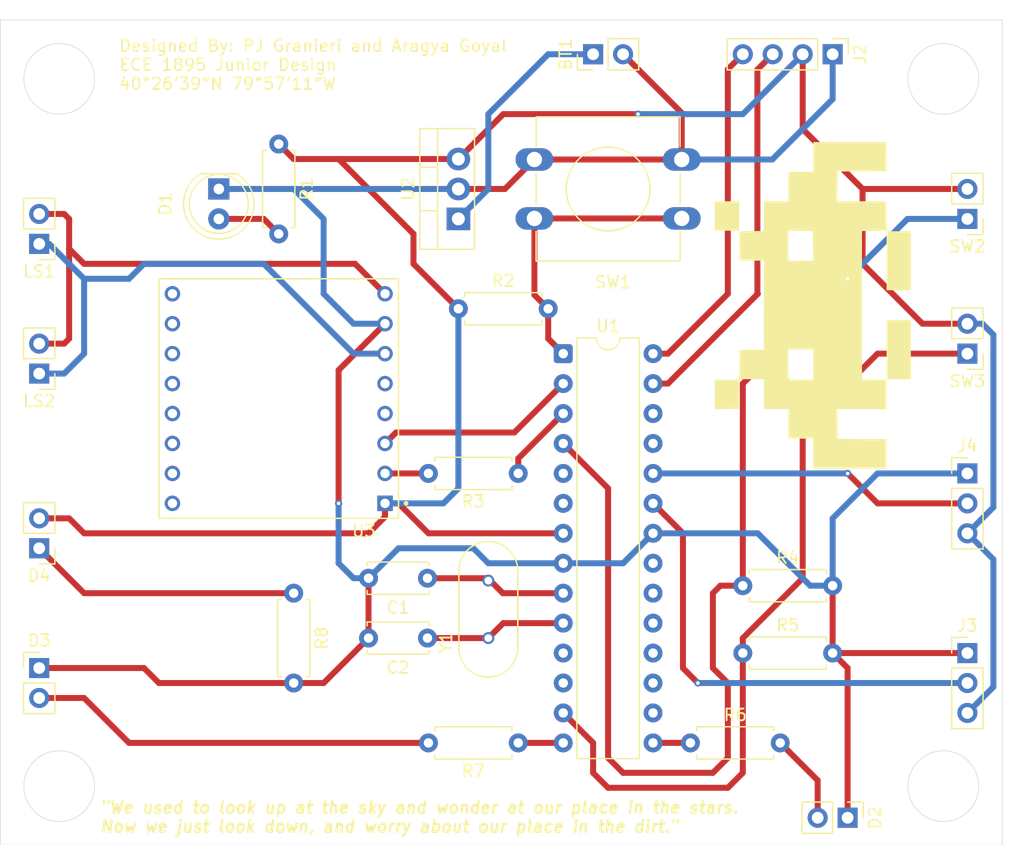
<source format=kicad_pcb>
(kicad_pcb (version 20241229) (generator "pcbnew") (generator_version "9.0")
  (layers (0 "F.Cu" signal) (2 "B.Cu" signal) (13 "F.Paste" user) (15 "B.Paste" user) (5 "F.SilkS" user "F.Silkscreen") (7 "B.SilkS" user "B.Silkscreen") (1 "F.Mask" user) (3 "B.Mask" user) (25 "Edge.Cuts" user))
  (net 0 "")
  (net 1 "GND")
  (net 2 "Net-(U1-XTAL1{slash}PB6)")
  (net 3 "Net-(U1-XTAL2{slash}PB7)")
  (net 4 "Net-(D1-A)")
  (net 5 "PB3")
  (net 6 "PB4")
  (net 7 "Reset")
  (net 8 "PB5")
  (net 9 "+5V")
  (net 10 "PC4")
  (net 11 "PC5")
  (net 12 "Net-(U3-RX)")
  (net 13 "PD2")
  (net 14 "PD7")
  (net 15 "Net-(D2-A)")
  (net 16 "PB1")
  (net 17 "Net-(D3-A)")
  (net 18 "PB0")
  (net 19 "PC1")
  (net 24 "PC0")
  (net 29 "Net-(BT1-+)")
  (net 30 "Net-(U3-SPK2)")
  (net 37 "Net-(U3-SPK1)")
  (net 42 "Net-(D4-K)")
  (net 43 "PD1")
  (net 45 "PD0")
  (footprint "Resistor_THT:R_Axial_DIN0207_L6.3mm_D2.5mm_P7.62mm_Horizontal" (layer "F.Cu") (at 154.94 77.47 180)
    (property "Reference" "R3" (at 3.81 -2.37 0) (layer "F.SilkS"))
    (property "Value" "1k")
    (pad "1" thru_hole circle (at 0 0 180) (size 1.6 1.6) (drill 0.8) (layers "*.Cu" "*.Mask") (net 43 "PD1"))
    (pad "2" thru_hole oval (at 7.62 0 180) (size 1.6 1.6) (drill 0.8) (layers "*.Cu" "*.Mask") (net 12 "Net-(U3-RX)"))
  )
  (footprint "Connector_PinHeader_2.54mm:PinHeader_1x02_P2.54mm_Vertical" (layer "F.Cu") (at 114.3 93.98)
    (property "Reference" "D3" (at 0 -2.33 0) (layer "F.SilkS"))
    (property "Value" "LED")
    (pad "1" thru_hole rect (at 0 0) (size 1.7 1.7) (drill 1) (layers "*.Cu" "*.Mask") (net 1 "GND"))
    (pad "2" thru_hole oval (at 0 2.54) (size 1.7 1.7) (drill 1) (layers "*.Cu" "*.Mask") (net 17 "Net-(D3-A)"))
  )
  (footprint "DF Player:MODULE_DFR0299" (layer "F.Cu") (at 134.62 71.12 180)
    (property "Reference" "U3" (at -7.225 -11.235 0) (layer "F.SilkS"))
    (property "Value" "DFR0299")
    (pad "1" thru_hole rect (at -9.017 -8.89 180) (size 1.308 1.308) (drill 0.8) (layers "*.Cu" "*.Mask") (net 9 "+5V"))
    (pad "2" thru_hole circle (at -9.017 -6.35 180) (size 1.308 1.308) (drill 0.8) (layers "*.Cu" "*.Mask") (net 12 "Net-(U3-RX)"))
    (pad "3" thru_hole circle (at -9.017 -3.81 180) (size 1.308 1.308) (drill 0.8) (layers "*.Cu" "*.Mask") (net 45 "PD0"))
    (pad "4" thru_hole circle (at -9.017 -1.27 180) (size 1.308 1.308) (drill 0.8) (layers "*.Cu" "*.Mask"))
    (pad "5" thru_hole circle (at -9.017 1.27 180) (size 1.308 1.308) (drill 0.8) (layers "*.Cu" "*.Mask"))
    (pad "6" thru_hole circle (at -9.017 3.81 180) (size 1.308 1.308) (drill 0.8) (layers "*.Cu" "*.Mask") (net 37 "Net-(U3-SPK1)"))
    (pad "7" thru_hole circle (at -9.017 6.35 180) (size 1.308 1.308) (drill 0.8) (layers "*.Cu" "*.Mask") (net 1 "GND"))
    (pad "8" thru_hole circle (at -9.017 8.89 180) (size 1.308 1.308) (drill 0.8) (layers "*.Cu" "*.Mask") (net 30 "Net-(U3-SPK2)"))
    (pad "9" thru_hole circle (at 9.017 8.89 180) (size 1.308 1.308) (drill 0.8) (layers "*.Cu" "*.Mask"))
    (pad "10" thru_hole circle (at 9.017 6.35 180) (size 1.308 1.308) (drill 0.8) (layers "*.Cu" "*.Mask"))
    (pad "11" thru_hole circle (at 9.017 3.81 180) (size 1.308 1.308) (drill 0.8) (layers "*.Cu" "*.Mask"))
    (pad "12" thru_hole circle (at 9.017 1.27 180) (size 1.308 1.308) (drill 0.8) (layers "*.Cu" "*.Mask"))
    (pad "13" thru_hole circle (at 9.017 -1.27 180) (size 1.308 1.308) (drill 0.8) (layers "*.Cu" "*.Mask"))
    (pad "14" thru_hole circle (at 9.017 -3.81 180) (size 1.308 1.308) (drill 0.8) (layers "*.Cu" "*.Mask"))
    (pad "15" thru_hole circle (at 9.017 -6.35 180) (size 1.308 1.308) (drill 0.8) (layers "*.Cu" "*.Mask"))
    (pad "16" thru_hole circle (at 9.017 -8.89 180) (size 1.308 1.308) (drill 0.8) (layers "*.Cu" "*.Mask"))
  )
  (footprint "Connector_PinHeader_2.54mm:PinHeader_1x02_P2.54mm_Vertical" (layer "F.Cu") (at 114.3 69 180)
    (property "Reference" "LS2" (at 0 -2.33 0) (layer "F.SilkS"))
    (property "Value" "Speaker")
    (pad "1" thru_hole rect (at 0 0 180) (size 1.7 1.7) (drill 1) (layers "*.Cu" "*.Mask") (net 37 "Net-(U3-SPK1)"))
    (pad "2" thru_hole oval (at 0 2.54 180) (size 1.7 1.7) (drill 1) (layers "*.Cu" "*.Mask") (net 30 "Net-(U3-SPK2)"))
  )
  (footprint "Package_TO_SOT_THT:TO-220-3_Vertical" (layer "F.Cu") (at 149.86 55.88 90)
    (property "Reference" "U2" (at 2.54 -4.27 90) (layer "F.SilkS"))
    (property "Value" "LM7805_TO220")
    (pad "1" thru_hole rect (at 0 0 90) (size 1.905 2) (drill 1.1) (layers "*.Cu" "*.Mask") (net 29 "Net-(BT1-+)"))
    (pad "2" thru_hole oval (at 2.54 0 90) (size 1.905 2) (drill 1.1) (layers "*.Cu" "*.Mask") (net 1 "GND"))
    (pad "3" thru_hole oval (at 5.08 0 90) (size 1.905 2) (drill 1.1) (layers "*.Cu" "*.Mask") (net 9 "+5V"))
  )
  (footprint "Button_Switch_THT:SW_PUSH-12mm" (layer "F.Cu") (at 168.81 55.84 180)
    (property "Reference" "SW1" (at 5.83 -5.41 0) (layer "F.SilkS"))
    (property "Value" "SW_Push")
    (pad "1" thru_hole oval (at 0 0 180) (size 3.2 1.9) (drill 1.3) (layers "*.Cu" "*.Mask") (net 7 "Reset"))
    (pad "1" thru_hole oval (at 12.5 0 180) (size 3.2 1.9) (drill 1.3) (layers "*.Cu" "*.Mask") (net 7 "Reset"))
    (pad "2" thru_hole oval (at 0 5 180) (size 3.2 1.9) (drill 1.3) (layers "*.Cu" "*.Mask") (net 1 "GND"))
    (pad "2" thru_hole oval (at 12.5 5 180) (size 3.2 1.9) (drill 1.3) (layers "*.Cu" "*.Mask") (net 1 "GND"))
  )
  (footprint "Resistor_THT:R_Axial_DIN0207_L6.3mm_D2.5mm_P7.62mm_Horizontal" (layer "F.Cu") (at 169.545 100.33)
    (property "Reference" "R6" (at 3.81 -2.37 0) (layer "F.SilkS"))
    (property "Value" "100")
    (pad "1" thru_hole circle (at 0 0) (size 1.6 1.6) (drill 0.8) (layers "*.Cu" "*.Mask") (net 16 "PB1"))
    (pad "2" thru_hole oval (at 7.62 0) (size 1.6 1.6) (drill 0.8) (layers "*.Cu" "*.Mask") (net 15 "Net-(D2-A)"))
  )
  (footprint "Connector_PinHeader_2.54mm:PinHeader_1x03_P2.54mm_Vertical" (layer "F.Cu") (at 193.04 77.47)
    (property "Reference" "J4" (at 0 -2.33 0) (layer "F.SilkS"))
    (property "Value" "Throttle Pot")
    (pad "1" thru_hole rect (at 0 0) (size 1.7 1.7) (drill 1) (layers "*.Cu" "*.Mask") (net 1 "GND"))
    (pad "2" thru_hole oval (at 0 2.54) (size 1.7 1.7) (drill 1) (layers "*.Cu" "*.Mask") (net 19 "PC1"))
    (pad "3" thru_hole oval (at 0 5.08) (size 1.7 1.7) (drill 1) (layers "*.Cu" "*.Mask") (net 9 "+5V"))
  )
  (footprint "Connector_PinHeader_2.54mm:PinHeader_1x04_P2.54mm_Vertical" (layer "F.Cu") (at 181.61 41.91 -90)
    (property "Reference" "J2" (at 0 -2.33 90) (layer "F.SilkS"))
    (property "Value" "LCD Display")
    (pad "1" thru_hole rect (at 0 0 270) (size 1.7 1.7) (drill 1) (layers "*.Cu" "*.Mask") (net 1 "GND"))
    (pad "2" thru_hole oval (at 0 2.54 270) (size 1.7 1.7) (drill 1) (layers "*.Cu" "*.Mask") (net 9 "+5V"))
    (pad "3" thru_hole oval (at 0 5.08 270) (size 1.7 1.7) (drill 1) (layers "*.Cu" "*.Mask") (net 10 "PC4"))
    (pad "4" thru_hole oval (at 0 7.62 270) (size 1.7 1.7) (drill 1) (layers "*.Cu" "*.Mask") (net 11 "PC5"))
  )
  (footprint "Connector_PinHeader_2.54mm:PinHeader_1x03_P2.54mm_Vertical" (layer "F.Cu") (at 193.04 92.71)
    (property "Reference" "J3" (at 0 -2.33 0) (layer "F.SilkS"))
    (property "Value" "Steering Pot")
    (pad "1" thru_hole rect (at 0 0) (size 1.7 1.7) (drill 1) (layers "*.Cu" "*.Mask") (net 1 "GND"))
    (pad "2" thru_hole oval (at 0 2.54) (size 1.7 1.7) (drill 1) (layers "*.Cu" "*.Mask") (net 24 "PC0"))
    (pad "3" thru_hole oval (at 0 5.08) (size 1.7 1.7) (drill 1) (layers "*.Cu" "*.Mask") (net 9 "+5V"))
  )
  (footprint "Capacitor_THT:C_Disc_D5.0mm_W2.5mm_P5.00mm" (layer "F.Cu") (at 147.24 91.44 180)
    (property "Reference" "C2" (at 2.5 -2.5 0) (layer "F.SilkS"))
    (property "Value" "22pF")
    (pad "1" thru_hole circle (at 0 0 180) (size 1.6 1.6) (drill 0.8) (layers "*.Cu" "*.Mask") (net 3 "Net-(U1-XTAL2{slash}PB7)"))
    (pad "2" thru_hole circle (at 5 0 180) (size 1.6 1.6) (drill 0.8) (layers "*.Cu" "*.Mask") (net 1 "GND"))
  )
  (footprint "Resistor_THT:R_Axial_DIN0207_L6.3mm_D2.5mm_P7.62mm_Horizontal" (layer "F.Cu") (at 149.86 63.5)
    (property "Reference" "R2" (at 3.81 -2.37 0) (layer "F.SilkS"))
    (property "Value" "10k")
    (pad "1" thru_hole circle (at 0 0) (size 1.6 1.6) (drill 0.8) (layers "*.Cu" "*.Mask") (net 9 "+5V"))
    (pad "2" thru_hole oval (at 7.62 0) (size 1.6 1.6) (drill 0.8) (layers "*.Cu" "*.Mask") (net 7 "Reset"))
  )
  (footprint "LED_THT:LED_D5.0mm" (layer "F.Cu") (at 129.54 53.34 -90)
    (property "Reference" "D1" (at 1.27 4.54 90) (layer "F.SilkS"))
    (property "Value" "LED")
    (pad "1" thru_hole rect (at 0 0 270) (size 1.8 1.8) (drill 0.9) (layers "*.Cu" "*.Mask") (net 1 "GND"))
    (pad "2" thru_hole circle (at 2.54 0 270) (size 1.8 1.8) (drill 0.9) (layers "*.Cu" "*.Mask") (net 4 "Net-(D1-A)"))
  )
  (footprint "Package_DIP:DIP-28_W7.62mm" (layer "F.Cu") (at 158.755 67.31)
    (property "Reference" "U1" (at 3.81 -2.33 0) (layer "F.SilkS"))
    (property "Value" "ATmega328-P")
    (pad "1" thru_hole roundrect (at 0 0) (size 1.6 1.6) (drill 0.8) (layers "*.Cu" "*.Mask") (roundrect_rratio 0.15625) (net 7 "Reset"))
    (pad "2" thru_hole circle (at 0 2.54) (size 1.6 1.6) (drill 0.8) (layers "*.Cu" "*.Mask") (net 45 "PD0"))
    (pad "3" thru_hole circle (at 0 5.08) (size 1.6 1.6) (drill 0.8) (layers "*.Cu" "*.Mask") (net 43 "PD1"))
    (pad "4" thru_hole circle (at 0 7.62) (size 1.6 1.6) (drill 0.8) (layers "*.Cu" "*.Mask") (net 13 "PD2"))
    (pad "5" thru_hole circle (at 0 10.16) (size 1.6 1.6) (drill 0.8) (layers "*.Cu" "*.Mask"))
    (pad "6" thru_hole circle (at 0 12.7) (size 1.6 1.6) (drill 0.8) (layers "*.Cu" "*.Mask"))
    (pad "7" thru_hole circle (at 0 15.24) (size 1.6 1.6) (drill 0.8) (layers "*.Cu" "*.Mask") (net 9 "+5V"))
    (pad "8" thru_hole circle (at 0 17.78) (size 1.6 1.6) (drill 0.8) (layers "*.Cu" "*.Mask") (net 1 "GND"))
    (pad "9" thru_hole circle (at 0 20.32) (size 1.6 1.6) (drill 0.8) (layers "*.Cu" "*.Mask") (net 2 "Net-(U1-XTAL1{slash}PB6)"))
    (pad "10" thru_hole circle (at 0 22.86) (size 1.6 1.6) (drill 0.8) (layers "*.Cu" "*.Mask") (net 3 "Net-(U1-XTAL2{slash}PB7)"))
    (pad "11" thru_hole circle (at 0 25.4) (size 1.6 1.6) (drill 0.8) (layers "*.Cu" "*.Mask"))
    (pad "12" thru_hole circle (at 0 27.94) (size 1.6 1.6) (drill 0.8) (layers "*.Cu" "*.Mask"))
    (pad "13" thru_hole circle (at 0 30.48) (size 1.6 1.6) (drill 0.8) (layers "*.Cu" "*.Mask") (net 14 "PD7"))
    (pad "14" thru_hole circle (at 0 33.02) (size 1.6 1.6) (drill 0.8) (layers "*.Cu" "*.Mask") (net 18 "PB0"))
    (pad "15" thru_hole circle (at 7.62 33.02) (size 1.6 1.6) (drill 0.8) (layers "*.Cu" "*.Mask") (net 16 "PB1"))
    (pad "16" thru_hole circle (at 7.62 30.48) (size 1.6 1.6) (drill 0.8) (layers "*.Cu" "*.Mask"))
    (pad "17" thru_hole circle (at 7.62 27.94) (size 1.6 1.6) (drill 0.8) (layers "*.Cu" "*.Mask") (net 5 "PB3"))
    (pad "18" thru_hole circle (at 7.62 25.4) (size 1.6 1.6) (drill 0.8) (layers "*.Cu" "*.Mask") (net 6 "PB4"))
    (pad "19" thru_hole circle (at 7.62 22.86) (size 1.6 1.6) (drill 0.8) (layers "*.Cu" "*.Mask") (net 8 "PB5"))
    (pad "20" thru_hole circle (at 7.62 20.32) (size 1.6 1.6) (drill 0.8) (layers "*.Cu" "*.Mask"))
    (pad "21" thru_hole circle (at 7.62 17.78) (size 1.6 1.6) (drill 0.8) (layers "*.Cu" "*.Mask"))
    (pad "22" thru_hole circle (at 7.62 15.24) (size 1.6 1.6) (drill 0.8) (layers "*.Cu" "*.Mask") (net 1 "GND"))
    (pad "23" thru_hole circle (at 7.62 12.7) (size 1.6 1.6) (drill 0.8) (layers "*.Cu" "*.Mask") (net 24 "PC0"))
    (pad "24" thru_hole circle (at 7.62 10.16) (size 1.6 1.6) (drill 0.8) (layers "*.Cu" "*.Mask") (net 19 "PC1"))
    (pad "25" thru_hole circle (at 7.62 7.62) (size 1.6 1.6) (drill 0.8) (layers "*.Cu" "*.Mask"))
    (pad "26" thru_hole circle (at 7.62 5.08) (size 1.6 1.6) (drill 0.8) (layers "*.Cu" "*.Mask"))
    (pad "27" thru_hole circle (at 7.62 2.54) (size 1.6 1.6) (drill 0.8) (layers "*.Cu" "*.Mask") (net 10 "PC4"))
    (pad "28" thru_hole circle (at 7.62 0) (size 1.6 1.6) (drill 0.8) (layers "*.Cu" "*.Mask") (net 11 "PC5"))
  )
  (footprint "Connector_PinHeader_2.54mm:PinHeader_1x02_P2.54mm_Vertical" (layer "F.Cu") (at 114.3 58 180)
    (property "Reference" "LS1" (at 0 -2.33 0) (layer "F.SilkS"))
    (property "Value" "Speaker")
    (pad "1" thru_hole rect (at 0 0 180) (size 1.7 1.7) (drill 1) (layers "*.Cu" "*.Mask") (net 37 "Net-(U3-SPK1)"))
    (pad "2" thru_hole oval (at 0 2.54 180) (size 1.7 1.7) (drill 1) (layers "*.Cu" "*.Mask") (net 30 "Net-(U3-SPK2)"))
  )
  (footprint "Capacitor_THT:C_Disc_D5.0mm_W2.5mm_P5.00mm" (layer "F.Cu") (at 147.24 86.36 180)
    (property "Reference" "C1" (at 2.5 -2.5 0) (layer "F.SilkS"))
    (property "Value" "22pF")
    (pad "1" thru_hole circle (at 0 0 180) (size 1.6 1.6) (drill 0.8) (layers "*.Cu" "*.Mask") (net 2 "Net-(U1-XTAL1{slash}PB6)"))
    (pad "2" thru_hole circle (at 5 0 180) (size 1.6 1.6) (drill 0.8) (layers "*.Cu" "*.Mask") (net 1 "GND"))
  )
  (footprint "Resistor_THT:R_Axial_DIN0207_L6.3mm_D2.5mm_P7.62mm_Horizontal" (layer "F.Cu") (at 154.94 100.33 180)
    (property "Reference" "R7" (at 3.81 -2.37 0) (layer "F.SilkS"))
    (property "Value" "100")
    (pad "1" thru_hole circle (at 0 0 180) (size 1.6 1.6) (drill 0.8) (layers "*.Cu" "*.Mask") (net 18 "PB0"))
    (pad "2" thru_hole oval (at 7.62 0 180) (size 1.6 1.6) (drill 0.8) (layers "*.Cu" "*.Mask") (net 17 "Net-(D3-A)"))
  )
  (footprint "Crystal Oscillator:XTAL_HC49P488W46L1150T500H350" (layer "F.Cu") (at 152.4 89 90)
    (property "Reference" "Y1" (at -2.825 -3.585 90) (layer "F.SilkS"))
    (property "Value" "16Mhz")
    (pad "1" thru_hole circle (at -2.44 0 90) (size 1.007 1.007) (drill 0.657) (layers "*.Cu" "*.Mask") (net 3 "Net-(U1-XTAL2{slash}PB7)"))
    (pad "2" thru_hole circle (at 2.44 0 90) (size 1.007 1.007) (drill 0.657) (layers "*.Cu" "*.Mask") (net 2 "Net-(U1-XTAL1{slash}PB6)"))
  )
  (footprint "Resistor_THT:R_Axial_DIN0207_L6.3mm_D2.5mm_P7.62mm_Horizontal" (layer "F.Cu") (at 173.99 86.995)
    (property "Reference" "R4" (at 3.81 -2.37 0) (layer "F.SilkS"))
    (property "Value" "1k")
    (pad "1" thru_hole circle (at 0 0) (size 1.6 1.6) (drill 0.8) (layers "*.Cu" "*.Mask") (net 13 "PD2"))
    (pad "2" thru_hole oval (at 7.62 0) (size 1.6 1.6) (drill 0.8) (layers "*.Cu" "*.Mask") (net 1 "GND"))
  )
  (footprint "Connector_PinHeader_2.54mm:PinHeader_1x02_P2.54mm_Vertical" (layer "F.Cu") (at 182.88 106.68 -90)
    (property "Reference" "D2" (at 0 -2.33 90) (layer "F.SilkS"))
    (property "Value" "LED")
    (pad "1" thru_hole rect (at 0 0 270) (size 1.7 1.7) (drill 1) (layers "*.Cu" "*.Mask") (net 1 "GND"))
    (pad "2" thru_hole oval (at 0 2.54 270) (size 1.7 1.7) (drill 1) (layers "*.Cu" "*.Mask") (net 15 "Net-(D2-A)"))
  )
  (footprint "Connector_PinHeader_2.54mm:PinHeader_1x02_P2.54mm_Vertical" (layer "F.Cu") (at 161.29 41.91 90)
    (property "Reference" "BT1" (at 0 -2.33 90) (layer "F.SilkS"))
    (property "Value" "9V")
    (pad "1" thru_hole rect (at 0 0 90) (size 1.7 1.7) (drill 1) (layers "*.Cu" "*.Mask") (net 29 "Net-(BT1-+)"))
    (pad "2" thru_hole oval (at 0 2.54 90) (size 1.7 1.7) (drill 1) (layers "*.Cu" "*.Mask") (net 1 "GND"))
  )
  (footprint "LOGO" (layer "F.Cu") (at 180 63.2 90)
    (property "Reference" "G***" (hide yes))
    (property "Value" "LOGO" (hide yes))
  )
  (footprint "Resistor_THT:R_Axial_DIN0207_L6.3mm_D2.5mm_P7.62mm_Horizontal" (layer "F.Cu") (at 135.89 87.63 -90)
    (property "Reference" "R8" (at 3.81 -2.37 90) (layer "F.SilkS"))
    (property "Value" "100")
    (pad "1" thru_hole circle (at 0 0 270) (size 1.6 1.6) (drill 0.8) (layers "*.Cu" "*.Mask") (net 42 "Net-(D4-K)"))
    (pad "2" thru_hole oval (at 7.62 0 270) (size 1.6 1.6) (drill 0.8) (layers "*.Cu" "*.Mask") (net 1 "GND"))
  )
  (footprint "Connector_PinHeader_2.54mm:PinHeader_1x02_P2.54mm_Vertical" (layer "F.Cu") (at 193.04 67.31 180)
    (property "Reference" "SW3" (at 0 -2.33 0) (layer "F.SilkS"))
    (property "Value" "SW_Push")
    (pad "1" thru_hole rect (at 0 0 180) (size 1.7 1.7) (drill 1) (layers "*.Cu" "*.Mask") (net 14 "PD7"))
    (pad "2" thru_hole oval (at 0 2.54 180) (size 1.7 1.7) (drill 1) (layers "*.Cu" "*.Mask") (net 9 "+5V"))
  )
  (footprint "Resistor_THT:R_Axial_DIN0207_L6.3mm_D2.5mm_P7.62mm_Horizontal" (layer "F.Cu") (at 134.62 49.53 -90)
    (property "Reference" "R1" (at 3.81 -2.37 90) (layer "F.SilkS"))
    (property "Value" "100")
    (pad "1" thru_hole circle (at 0 0 270) (size 1.6 1.6) (drill 0.8) (layers "*.Cu" "*.Mask") (net 9 "+5V"))
    (pad "2" thru_hole oval (at 7.62 0 270) (size 1.6 1.6) (drill 0.8) (layers "*.Cu" "*.Mask") (net 4 "Net-(D1-A)"))
  )
  (footprint "Connector_PinHeader_2.54mm:PinHeader_1x02_P2.54mm_Vertical" (layer "F.Cu") (at 114.3 83.82 180)
    (property "Reference" "D4" (at 0 -2.33 0) (layer "F.SilkS"))
    (property "Value" "LED")
    (pad "1" thru_hole rect (at 0 0 180) (size 1.7 1.7) (drill 1) (layers "*.Cu" "*.Mask") (net 42 "Net-(D4-K)"))
    (pad "2" thru_hole oval (at 0 2.54 180) (size 1.7 1.7) (drill 1) (layers "*.Cu" "*.Mask") (net 9 "+5V"))
  )
  (footprint "Resistor_THT:R_Axial_DIN0207_L6.3mm_D2.5mm_P7.62mm_Horizontal" (layer "F.Cu") (at 173.99 92.71)
    (property "Reference" "R5" (at 3.81 -2.37 0) (layer "F.SilkS"))
    (property "Value" "1k")
    (pad "1" thru_hole circle (at 0 0) (size 1.6 1.6) (drill 0.8) (layers "*.Cu" "*.Mask") (net 14 "PD7"))
    (pad "2" thru_hole oval (at 7.62 0) (size 1.6 1.6) (drill 0.8) (layers "*.Cu" "*.Mask") (net 1 "GND"))
  )
  (footprint "Connector_PinHeader_2.54mm:PinHeader_1x02_P2.54mm_Vertical" (layer "F.Cu") (at 193.04 55.88 180)
    (property "Reference" "SW2" (at 0 -2.33 0) (layer "F.SilkS"))
    (property "Value" "SW_Push")
    (pad "1" thru_hole rect (at 0 0 180) (size 1.7 1.7) (drill 1) (layers "*.Cu" "*.Mask") (net 13 "PD2"))
    (pad "2" thru_hole oval (at 0 2.54 180) (size 1.7 1.7) (drill 1) (layers "*.Cu" "*.Mask") (net 9 "+5V"))
  )
  (gr_circle (center 191 44) (end 191 41) (stroke (width 0.05)) (fill no) (layer "Edge.Cuts"))
  (gr_rect (start 111 39) (end 196 109) (stroke (width 0.05)) (fill no) (layer "Edge.Cuts"))
  (gr_circle (center 116 44) (end 116 41) (stroke (width 0.05)) (fill no) (layer "Edge.Cuts"))
  (gr_circle (center 191 104) (end 191 107) (stroke (width 0.05)) (fill no) (layer "Edge.Cuts"))
  (gr_circle (center 116 104) (end 116 107) (stroke (width 0.05)) (fill no) (layer "Edge.Cuts"))
  (gr_text "{dblquote}We used to look up at the sky and wonder at our place in the stars.\nNow we just look down, and worry about our place in the dirt.{dblquote}" (at 119.38 108 0) (layer "F.SilkS") (effects (font (size 1 1) (thickness 0.2) (bold yes) (italic yes)) (justify left bottom)))
  (gr_text "Designed By: PJ Granieri and Aragya Goyal\nECE 1895 Junior Design\n40°26′39″N 79°57′11″W\n" (at 121 45 0) (layer "F.SilkS") (effects (font (size 1 1)) (justify left bottom)))
  (segment (start 181.61 86.995) (end 181.61 92.71) (width 0.508) (layer "F.Cu") (net 1))
  (segment (start 138.43 95.25) (end 135.89 95.25) (width 0.508) (layer "F.Cu") (net 1))
  (segment (start 114.3 93.98) (end 123.19 93.98) (width 0.508) (layer "F.Cu") (net 1))
  (segment (start 142.24 91.44) (end 138.43 95.25) (width 0.508) (layer "F.Cu") (net 1))
  (segment (start 143.637 64.77) (end 139.7 68.707) (width 0.508) (layer "F.Cu") (net 1))
  (segment (start 182.88 106.68) (end 182.88 93.98) (width 0.508) (layer "F.Cu") (net 1))
  (segment (start 123.19 93.98) (end 124.46 95.25) (width 0.508) (layer "F.Cu") (net 1))
  (segment (start 182.88 93.98) (end 181.61 92.71) (width 0.508) (layer "F.Cu") (net 1))
  (segment (start 153.81 53.34) (end 156.31 50.84) (width 0.508) (layer "F.Cu") (net 1))
  (segment (start 156.31 50.84) (end 168.81 50.84) (width 0.508) (layer "F.Cu") (net 1))
  (segment (start 142.24 86.36) (end 142.24 91.44) (width 0.508) (layer "F.Cu") (net 1))
  (segment (start 181.61 92.71) (end 193.04 92.71) (width 0.508) (layer "F.Cu") (net 1))
  (segment (start 124.46 95.25) (end 135.89 95.25) (width 0.508) (layer "F.Cu") (net 1))
  (segment (start 139.7 68.707) (end 139.7 80.01) (width 0.508) (layer "F.Cu") (net 1))
  (segment (start 149.86 53.34) (end 153.81 53.34) (width 0.508) (layer "F.Cu") (net 1))
  (segment (start 168.81 46.89) (end 168.81 50.84) (width 0.508) (layer "F.Cu") (net 1))
  (segment (start 163.83 41.91) (end 168.81 46.89) (width 0.508) (layer "F.Cu") (net 1))
  (via (at 139.7 80.01) (size 0.6) (drill 0.3) (layers "F.Cu" "B.Cu") (net 1))
  (segment (start 138.43 62.23) (end 140.97 64.77) (width 0.508) (layer "B.Cu") (net 1))
  (segment (start 144.78 83.82) (end 151.13 83.82) (width 0.508) (layer "B.Cu") (net 1))
  (segment (start 151.13 83.82) (end 152.4 85.09) (width 0.508) (layer "B.Cu") (net 1))
  (segment (start 185.42 77.47) (end 193.04 77.47) (width 0.508) (layer "B.Cu") (net 1))
  (segment (start 149.86 53.34) (end 135.89 53.34) (width 0.508) (layer "B.Cu") (net 1))
  (segment (start 140.97 64.77) (end 143.637 64.77) (width 0.508) (layer "B.Cu") (net 1))
  (segment (start 175.26 82.55) (end 179.705 86.995) (width 0.508) (layer "B.Cu") (net 1))
  (segment (start 166.375 82.55) (end 175.26 82.55) (width 0.508) (layer "B.Cu") (net 1))
  (segment (start 181.61 81.28) (end 185.42 77.47) (width 0.508) (layer "B.Cu") (net 1))
  (segment (start 138.43 55.88) (end 138.43 62.23) (width 0.508) (layer "B.Cu") (net 1))
  (segment (start 181.61 45.72) (end 181.61 41.91) (width 0.508) (layer "B.Cu") (net 1))
  (segment (start 142.24 86.36) (end 144.78 83.82) (width 0.508) (layer "B.Cu") (net 1))
  (segment (start 152.4 85.09) (end 158.755 85.09) (width 0.508) (layer "B.Cu") (net 1))
  (segment (start 158.755 85.09) (end 163.835 85.09) (width 0.508) (layer "B.Cu") (net 1))
  (segment (start 181.61 86.995) (end 181.61 81.28) (width 0.508) (layer "B.Cu") (net 1))
  (segment (start 139.7 85.09) (end 140.97 86.36) (width 0.508) (layer "B.Cu") (net 1))
  (segment (start 140.97 86.36) (end 142.24 86.36) (width 0.508) (layer "B.Cu") (net 1))
  (segment (start 129.54 53.34) (end 135.89 53.34) (width 0.508) (layer "B.Cu") (net 1))
  (segment (start 163.835 85.09) (end 166.375 82.55) (width 0.508) (layer "B.Cu") (net 1))
  (segment (start 179.705 86.995) (end 181.61 86.995) (width 0.508) (layer "B.Cu") (net 1))
  (segment (start 176.49 50.84) (end 181.61 45.72) (width 0.508) (layer "B.Cu") (net 1))
  (segment (start 139.7 80.01) (end 139.7 85.09) (width 0.508) (layer "B.Cu") (net 1))
  (segment (start 168.81 50.84) (end 176.49 50.84) (width 0.508) (layer "B.Cu") (net 1))
  (segment (start 135.89 53.34) (end 138.43 55.88) (width 0.508) (layer "B.Cu") (net 1))
  (segment (start 147.24 86.36) (end 152.2 86.36) (width 0.508) (layer "F.Cu") (net 2))
  (segment (start 152.56 86.56) (end 153.63 87.63) (width 0.508) (layer "F.Cu") (net 2))
  (segment (start 153.63 87.63) (end 158.755 87.63) (width 0.508) (layer "F.Cu") (net 2))
  (segment (start 152.4 86.56) (end 152.56 86.56) (width 0.508) (layer "F.Cu") (net 2))
  (segment (start 152.2 86.36) (end 152.4 86.56) (width 0.508) (layer "F.Cu") (net 2))
  (segment (start 153.67 90.17) (end 158.755 90.17) (width 0.508) (layer "F.Cu") (net 3))
  (segment (start 147.24 91.44) (end 152.4 91.44) (width 0.508) (layer "F.Cu") (net 3))
  (segment (start 152.4 91.44) (end 153.67 90.17) (width 0.508) (layer "F.Cu") (net 3))
  (segment (start 129.54 55.88) (end 133.35 55.88) (width 0.508) (layer "F.Cu") (net 4))
  (segment (start 133.35 55.88) (end 134.62 57.15) (width 0.508) (layer "F.Cu") (net 4))
  (segment (start 156.31 55.84) (end 156.31 62.33) (width 0.508) (layer "F.Cu") (net 7))
  (segment (start 157.48 63.5) (end 157.48 66.035) (width 0.508) (layer "F.Cu") (net 7))
  (segment (start 157.48 66.035) (end 158.755 67.31) (width 0.508) (layer "F.Cu") (net 7))
  (segment (start 156.31 62.33) (end 157.48 63.5) (width 0.508) (layer "F.Cu") (net 7))
  (segment (start 168.81 55.84) (end 156.31 55.84) (width 0.508) (layer "F.Cu") (net 7))
  (segment (start 139.7 50.8) (end 135.89 50.8) (width 0.508) (layer "F.Cu") (net 9))
  (segment (start 184.15 59.69) (end 189.23 64.77) (width 0.508) (layer "F.Cu") (net 9))
  (segment (start 116.84 81.28) (end 114.3 81.28) (width 0.508) (layer "F.Cu") (net 9))
  (segment (start 147.32 82.55) (end 158.755 82.55) (width 0.508) (layer "F.Cu") (net 9))
  (segment (start 146.05 57.15) (end 146.05 59.69) (width 0.508) (layer "F.Cu") (net 9))
  (segment (start 139.7 50.8) (end 146.05 57.15) (width 0.508) (layer "F.Cu") (net 9))
  (segment (start 184.15 53.34) (end 179.07 48.26) (width 0.508) (layer "F.Cu") (net 9))
  (segment (start 153.67 46.99) (end 165.1 46.99) (width 0.508) (layer "F.Cu") (net 9))
  (segment (start 118.11 82.55) (end 116.84 81.28) (width 0.508) (layer "F.Cu") (net 9))
  (segment (start 146.05 59.69) (end 149.86 63.5) (width 0.508) (layer "F.Cu") (net 9))
  (segment (start 184.15 53.34) (end 184.15 59.69) (width 0.508) (layer "F.Cu") (net 9))
  (segment (start 189.23 64.77) (end 193.04 64.77) (width 0.508) (layer "F.Cu") (net 9))
  (segment (start 144.78 80.01) (end 147.32 82.55) (width 0.508) (layer "F.Cu") (net 9))
  (segment (start 149.86 50.8) (end 139.7 50.8) (width 0.508) (layer "F.Cu") (net 9))
  (segment (start 193.04 53.34) (end 184.15 53.34) (width 0.508) (layer "F.Cu") (net 9))
  (segment (start 179.07 48.26) (end 179.07 41.91) (width 0.508) (layer "F.Cu") (net 9))
  (segment (start 135.89 50.8) (end 134.62 49.53) (width 0.508) (layer "F.Cu") (net 9))
  (segment (start 143.637 81.153) (end 142.24 82.55) (width 0.508) (layer "F.Cu") (net 9))
  (segment (start 149.86 50.8) (end 153.67 46.99) (width 0.508) (layer "F.Cu") (net 9))
  (segment (start 143.637 80.01) (end 144.78 80.01) (width 0.508) (layer "F.Cu") (net 9))
  (segment (start 143.637 80.01) (end 143.637 81.153) (width 0.508) (layer "F.Cu") (net 9))
  (segment (start 142.24 82.55) (end 118.11 82.55) (width 0.508) (layer "F.Cu") (net 9))
  (via (at 165.1 46.99) (size 0.6) (drill 0.3) (layers "F.Cu" "B.Cu") (net 9))
  (segment (start 165.1 46.99) (end 173.99 46.99) (width 0.508) (layer "B.Cu") (net 9))
  (segment (start 195.245 95.585) (end 193.04 97.79) (width 0.508) (layer "B.Cu") (net 9))
  (segment (start 195.245 80.345) (end 193.04 82.55) (width 0.508) (layer "B.Cu") (net 9))
  (segment (start 193.04 64.77) (end 194.31 64.77) (width 0.508) (layer "B.Cu") (net 9))
  (segment (start 195.245 77.47) (end 195.245 80.345) (width 0.508) (layer "B.Cu") (net 9))
  (segment (start 149.86 78.74) (end 148.59 80.01) (width 0.508) (layer "B.Cu") (net 9))
  (segment (start 148.59 80.01) (end 143.637 80.01) (width 0.508) (layer "B.Cu") (net 9))
  (segment (start 194.31 64.77) (end 195.245 65.705) (width 0.508) (layer "B.Cu") (net 9))
  (segment (start 195.245 84.755) (end 195.245 95.585) (width 0.508) (layer "B.Cu") (net 9))
  (segment (start 195.245 67.31) (end 195.245 77.47) (width 0.508) (layer "B.Cu") (net 9))
  (segment (start 173.99 46.99) (end 179.07 41.91) (width 0.508) (layer "B.Cu") (net 9))
  (segment (start 193.04 82.55) (end 195.245 84.755) (width 0.508) (layer "B.Cu") (net 9))
  (segment (start 195.245 65.705) (end 195.245 67.31) (width 0.508) (layer "B.Cu") (net 9))
  (segment (start 149.86 63.5) (end 149.86 78.74) (width 0.508) (layer "B.Cu") (net 9))
  (segment (start 175.225 43.215) (end 176.53 41.91) (width 0.508) (layer "F.Cu") (net 10))
  (segment (start 175.26 62.23) (end 175.225 62.195) (width 0.508) (layer "F.Cu") (net 10))
  (segment (start 166.375 69.85) (end 167.64 69.85) (width 0.508) (layer "F.Cu") (net 10))
  (segment (start 167.64 69.85) (end 175.26 62.23) (width 0.508) (layer "F.Cu") (net 10))
  (segment (start 175.225 62.195) (end 175.225 43.215) (width 0.508) (layer "F.Cu") (net 10))
  (segment (start 172.72 62.23) (end 172.72 43.18) (width 0.508) (layer "F.Cu") (net 11))
  (segment (start 172.72 43.18) (end 173.99 41.91) (width 0.508) (layer "F.Cu") (net 11))
  (segment (start 166.375 67.31) (end 167.64 67.31) (width 0.508) (layer "F.Cu") (net 11))
  (segment (start 167.64 67.31) (end 172.72 62.23) (width 0.508) (layer "F.Cu") (net 11))
  (segment (start 143.637 77.47) (end 147.32 77.47) (width 0.508) (layer "F.Cu") (net 12))
  (segment (start 171.45 102.87) (end 163.83 102.87) (width 0.508) (layer "F.Cu") (net 13))
  (segment (start 162.56 78.735) (end 158.755 74.93) (width 0.508) (layer "F.Cu") (net 13))
  (segment (start 172.72 101.6) (end 171.45 102.87) (width 0.508) (layer "F.Cu") (net 13))
  (segment (start 173.99 69.85) (end 182.88 60.96) (width 0.508) (layer "F.Cu") (net 13))
  (segment (start 171.45 87.63) (end 171.45 93.98) (width 0.508) (layer "F.Cu") (net 13))
  (segment (start 173.99 86.995) (end 172.085 86.995) (width 0.508) (layer "F.Cu") (net 13))
  (segment (start 171.45 93.98) (end 172.72 95.25) (width 0.508) (layer "F.Cu") (net 13))
  (segment (start 173.99 86.995) (end 173.99 69.85) (width 0.508) (layer "F.Cu") (net 13))
  (segment (start 172.085 86.995) (end 171.45 87.63) (width 0.508) (layer "F.Cu") (net 13))
  (segment (start 163.83 102.87) (end 162.56 101.6) (width 0.508) (layer "F.Cu") (net 13))
  (segment (start 162.56 101.6) (end 162.56 78.735) (width 0.508) (layer "F.Cu") (net 13))
  (segment (start 172.72 95.25) (end 172.72 101.6) (width 0.508) (layer "F.Cu") (net 13))
  (via (at 182.88 60.96) (size 0.6) (drill 0.3) (layers "F.Cu" "B.Cu") (net 13))
  (segment (start 187.96 55.88) (end 193.04 55.88) (width 0.508) (layer "B.Cu") (net 13))
  (segment (start 182.88 60.96) (end 187.96 55.88) (width 0.508) (layer "B.Cu") (net 13))
  (segment (start 179.07 86.36) (end 179.07 73.66) (width 0.508) (layer "F.Cu") (net 14))
  (segment (start 161.29 102.87) (end 161.29 100.325) (width 0.508) (layer "F.Cu") (net 14))
  (segment (start 173.99 91.44) (end 179.07 86.36) (width 0.508) (layer "F.Cu") (net 14))
  (segment (start 173.99 92.71) (end 173.99 102.87) (width 0.508) (layer "F.Cu") (net 14))
  (segment (start 162.56 104.14) (end 161.29 102.87) (width 0.508) (layer "F.Cu") (net 14))
  (segment (start 173.99 102.87) (end 172.72 104.14) (width 0.508) (layer "F.Cu") (net 14))
  (segment (start 172.72 104.14) (end 162.56 104.14) (width 0.508) (layer "F.Cu") (net 14))
  (segment (start 161.29 100.325) (end 158.755 97.79) (width 0.508) (layer "F.Cu") (net 14))
  (segment (start 173.99 92.71) (end 173.99 91.44) (width 0.508) (layer "F.Cu") (net 14))
  (segment (start 185.42 67.31) (end 193.04 67.31) (width 0.508) (layer "F.Cu") (net 14))
  (segment (start 179.07 73.66) (end 185.42 67.31) (width 0.508) (layer "F.Cu") (net 14))
  (segment (start 180.34 103.505) (end 180.34 106.68) (width 0.508) (layer "F.Cu") (net 15))
  (segment (start 177.165 100.33) (end 180.34 103.505) (width 0.508) (layer "F.Cu") (net 15))
  (segment (start 166.375 100.33) (end 169.545 100.33) (width 0.508) (layer "F.Cu") (net 16))
  (segment (start 121.92 100.33) (end 147.32 100.33) (width 0.508) (layer "F.Cu") (net 17))
  (segment (start 118.11 96.52) (end 121.92 100.33) (width 0.508) (layer "F.Cu") (net 17))
  (segment (start 114.3 96.52) (end 118.11 96.52) (width 0.508) (layer "F.Cu") (net 17))
  (segment (start 154.94 100.33) (end 158.755 100.33) (width 0.508) (layer "F.Cu") (net 18))
  (segment (start 182.88 77.47) (end 185.42 80.01) (width 0.508) (layer "F.Cu") (net 19))
  (segment (start 185.42 80.01) (end 193.04 80.01) (width 0.508) (layer "F.Cu") (net 19))
  (via (at 182.88 77.47) (size 0.6) (drill 0.3) (layers "F.Cu" "B.Cu") (net 19))
  (segment (start 166.375 77.47) (end 182.88 77.47) (width 0.508) (layer "B.Cu") (net 19))
  (segment (start 168.91 93.98) (end 170.18 95.25) (width 0.508) (layer "F.Cu") (net 24))
  (segment (start 168.91 83.82) (end 168.91 93.98) (width 0.508) (layer "F.Cu") (net 24))
  (segment (start 166.375 80.01) (end 168.91 82.545) (width 0.508) (layer "F.Cu") (net 24))
  (segment (start 168.91 82.545) (end 168.91 83.82) (width 0.508) (layer "F.Cu") (net 24))
  (via (at 170.18 95.25) (size 0.6) (drill 0.3) (layers "F.Cu" "B.Cu") (net 24))
  (segment (start 170.18 95.25) (end 193.04 95.25) (width 0.508) (layer "B.Cu") (net 24))
  (segment (start 161.29 41.91) (end 157.48 41.91) (width 0.508) (layer "B.Cu") (net 29))
  (segment (start 157.48 41.91) (end 152.4 46.99) (width 0.508) (layer "B.Cu") (net 29))
  (segment (start 152.4 53.34) (end 149.86 55.88) (width 0.508) (layer "B.Cu") (net 29))
  (segment (start 152.4 46.99) (end 152.4 53.34) (width 0.508) (layer "B.Cu") (net 29))
  (segment (start 118.11 59.69) (end 141.097 59.69) (width 0.508) (layer "F.Cu") (net 30))
  (segment (start 114.3 66.46) (end 116.42 66.46) (width 0.508) (layer "F.Cu") (net 30))
  (segment (start 116.84 58.42) (end 118.11 59.69) (width 0.508) (layer "F.Cu") (net 30))
  (segment (start 116.84 58.42) (end 116.84 55.88) (width 0.508) (layer "F.Cu") (net 30))
  (segment (start 141.097 59.69) (end 143.637 62.23) (width 0.508) (layer "F.Cu") (net 30))
  (segment (start 116.84 55.88) (end 116.42 55.46) (width 0.508) (layer "F.Cu") (net 30))
  (segment (start 116.42 55.46) (end 114.3 55.46) (width 0.508) (layer "F.Cu") (net 30))
  (segment (start 116.84 66.04) (end 116.84 58.42) (width 0.508) (layer "F.Cu") (net 30))
  (segment (start 116.42 66.46) (end 116.84 66.04) (width 0.508) (layer "F.Cu") (net 30))
  (segment (start 116.42 69) (end 118.11 67.31) (width 0.508) (layer "B.Cu") (net 37))
  (segment (start 114.3 69) (end 116.42 69) (width 0.508) (layer "B.Cu") (net 37))
  (segment (start 118.11 60.96) (end 121.92 60.96) (width 0.508) (layer "B.Cu") (net 37))
  (segment (start 133.35 59.69) (end 140.97 67.31) (width 0.508) (layer "B.Cu") (net 37))
  (segment (start 140.97 67.31) (end 143.637 67.31) (width 0.508) (layer "B.Cu") (net 37))
  (segment (start 121.92 60.96) (end 123.19 59.69) (width 0.508) (layer "B.Cu") (net 37))
  (segment (start 115.15 58) (end 114.3 58) (width 0.508) (layer "B.Cu") (net 37))
  (segment (start 118.11 67.31) (end 118.11 60.96) (width 0.508) (layer "B.Cu") (net 37))
  (segment (start 123.19 59.69) (end 133.35 59.69) (width 0.508) (layer "B.Cu") (net 37))
  (segment (start 118.11 60.96) (end 115.15 58) (width 0.508) (layer "B.Cu") (net 37))
  (segment (start 114.3 83.82) (end 118.11 87.63) (width 0.508) (layer "F.Cu") (net 42))
  (segment (start 118.11 87.63) (end 135.89 87.63) (width 0.508) (layer "F.Cu") (net 42))
  (segment (start 154.94 77.47) (end 154.94 76.205) (width 0.508) (layer "F.Cu") (net 43))
  (segment (start 154.94 76.205) (end 158.755 72.39) (width 0.508) (layer "F.Cu") (net 43))
  (segment (start 154.605 74) (end 158.755 69.85) (width 0.508) (layer "F.Cu") (net 45))
  (segment (start 143.637 74.93) (end 144.567 74) (width 0.508) (layer "F.Cu") (net 45))
  (segment (start 144.567 74) (end 154.605 74) (width 0.508) (layer "F.Cu") (net 45))
)
</source>
